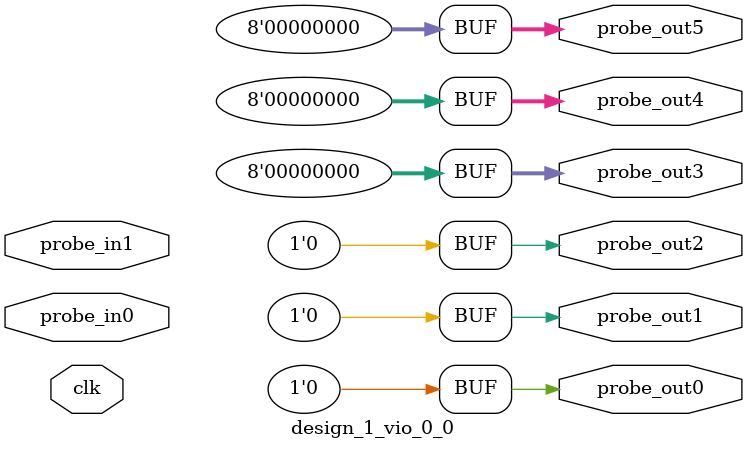
<source format=v>
`timescale 1ns / 1ps
module design_1_vio_0_0 (
clk,
probe_in0,probe_in1,
probe_out0,
probe_out1,
probe_out2,
probe_out3,
probe_out4,
probe_out5
);

input clk;
input [19 : 0] probe_in0;
input [31 : 0] probe_in1;

output reg [0 : 0] probe_out0 = 'h0 ;
output reg [0 : 0] probe_out1 = 'h0 ;
output reg [0 : 0] probe_out2 = 'h0 ;
output reg [7 : 0] probe_out3 = 'h00 ;
output reg [7 : 0] probe_out4 = 'h00 ;
output reg [7 : 0] probe_out5 = 'h00 ;


endmodule

</source>
